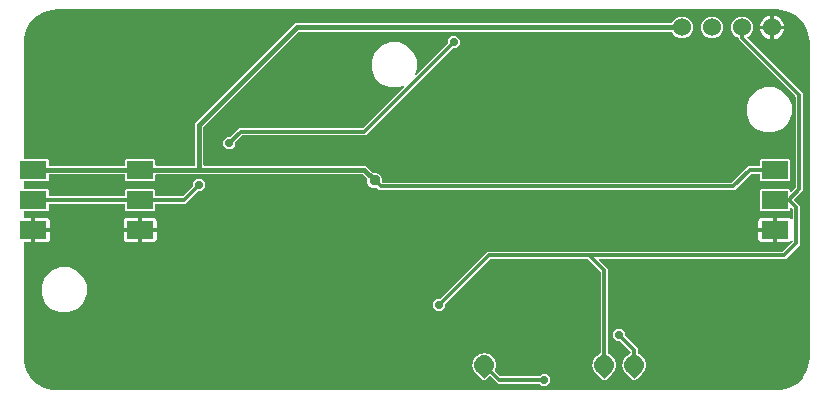
<source format=gbr>
G04 EAGLE Gerber RS-274X export*
G75*
%MOMM*%
%FSLAX34Y34*%
%LPD*%
%INTop Copper*%
%IPPOS*%
%AMOC8*
5,1,8,0,0,1.08239X$1,22.5*%
G01*
%ADD10R,2.286000X1.524000*%
%ADD11R,0.508000X0.508000*%
%ADD12C,1.524000*%
%ADD13C,0.705600*%
%ADD14C,0.406400*%
%ADD15C,0.955600*%
%ADD16C,0.304800*%
%ADD17C,0.152400*%

G36*
X641369Y3814D02*
X641369Y3814D01*
X641400Y3812D01*
X644947Y4045D01*
X644970Y4050D01*
X645094Y4069D01*
X651948Y5905D01*
X651962Y5912D01*
X651978Y5914D01*
X652131Y5982D01*
X658276Y9529D01*
X658288Y9539D01*
X658302Y9545D01*
X658433Y9650D01*
X663450Y14667D01*
X663459Y14680D01*
X663472Y14689D01*
X663550Y14795D01*
X663555Y14801D01*
X663558Y14806D01*
X663571Y14824D01*
X667118Y20969D01*
X667124Y20984D01*
X667134Y20996D01*
X667195Y21152D01*
X669031Y28006D01*
X669033Y28029D01*
X669055Y28153D01*
X669288Y31700D01*
X669286Y31719D01*
X669289Y31750D01*
X669289Y298450D01*
X669286Y298469D01*
X669288Y298500D01*
X669055Y302047D01*
X669050Y302070D01*
X669031Y302194D01*
X667195Y309048D01*
X667188Y309062D01*
X667186Y309078D01*
X667118Y309231D01*
X663571Y315376D01*
X663561Y315388D01*
X663555Y315402D01*
X663450Y315533D01*
X658433Y320550D01*
X658420Y320559D01*
X658411Y320572D01*
X658276Y320671D01*
X652131Y324218D01*
X652116Y324224D01*
X652104Y324234D01*
X651948Y324295D01*
X645094Y326131D01*
X645071Y326133D01*
X644947Y326155D01*
X641400Y326388D01*
X641381Y326386D01*
X641350Y326389D01*
X31750Y326389D01*
X31731Y326386D01*
X31700Y326388D01*
X28153Y326155D01*
X28130Y326150D01*
X28006Y326131D01*
X21152Y324295D01*
X21138Y324288D01*
X21122Y324286D01*
X20969Y324218D01*
X14824Y320671D01*
X14812Y320661D01*
X14798Y320655D01*
X14667Y320550D01*
X9650Y315533D01*
X9641Y315520D01*
X9628Y315511D01*
X9529Y315376D01*
X5982Y309231D01*
X5976Y309217D01*
X5966Y309204D01*
X5913Y309068D01*
X5908Y309056D01*
X5907Y309052D01*
X5905Y309048D01*
X4069Y302194D01*
X4067Y302171D01*
X4045Y302047D01*
X3812Y298500D01*
X3814Y298481D01*
X3811Y298450D01*
X3811Y200406D01*
X3814Y200386D01*
X3812Y200367D01*
X3834Y200265D01*
X3850Y200163D01*
X3860Y200146D01*
X3864Y200126D01*
X3917Y200037D01*
X3966Y199946D01*
X3980Y199932D01*
X3990Y199915D01*
X4069Y199848D01*
X4144Y199776D01*
X4162Y199768D01*
X4177Y199755D01*
X4273Y199716D01*
X4367Y199673D01*
X4387Y199671D01*
X4405Y199663D01*
X4572Y199645D01*
X24000Y199645D01*
X24893Y198752D01*
X24893Y194818D01*
X24896Y194798D01*
X24894Y194779D01*
X24916Y194677D01*
X24932Y194575D01*
X24942Y194558D01*
X24946Y194538D01*
X24999Y194449D01*
X25048Y194358D01*
X25062Y194344D01*
X25072Y194327D01*
X25151Y194260D01*
X25226Y194188D01*
X25244Y194180D01*
X25259Y194167D01*
X25355Y194128D01*
X25449Y194085D01*
X25469Y194083D01*
X25487Y194075D01*
X25654Y194057D01*
X88646Y194057D01*
X88666Y194060D01*
X88685Y194058D01*
X88787Y194080D01*
X88889Y194096D01*
X88906Y194106D01*
X88926Y194110D01*
X89015Y194163D01*
X89106Y194212D01*
X89120Y194226D01*
X89137Y194236D01*
X89204Y194315D01*
X89276Y194390D01*
X89284Y194408D01*
X89297Y194423D01*
X89336Y194519D01*
X89379Y194613D01*
X89381Y194633D01*
X89389Y194651D01*
X89407Y194818D01*
X89407Y198752D01*
X90300Y199645D01*
X114424Y199645D01*
X115317Y198752D01*
X115317Y194818D01*
X115320Y194798D01*
X115318Y194779D01*
X115340Y194677D01*
X115356Y194575D01*
X115366Y194558D01*
X115370Y194538D01*
X115423Y194449D01*
X115472Y194358D01*
X115486Y194344D01*
X115496Y194327D01*
X115575Y194260D01*
X115650Y194188D01*
X115668Y194180D01*
X115683Y194167D01*
X115779Y194128D01*
X115873Y194085D01*
X115893Y194083D01*
X115911Y194075D01*
X116078Y194057D01*
X148082Y194057D01*
X148102Y194060D01*
X148121Y194058D01*
X148223Y194080D01*
X148325Y194096D01*
X148342Y194106D01*
X148362Y194110D01*
X148451Y194163D01*
X148542Y194212D01*
X148556Y194226D01*
X148573Y194236D01*
X148640Y194315D01*
X148712Y194390D01*
X148720Y194408D01*
X148733Y194423D01*
X148772Y194519D01*
X148815Y194613D01*
X148817Y194633D01*
X148825Y194651D01*
X148843Y194818D01*
X148843Y230073D01*
X233477Y314707D01*
X552406Y314707D01*
X552521Y314726D01*
X552637Y314743D01*
X552643Y314745D01*
X552649Y314746D01*
X552752Y314801D01*
X552857Y314854D01*
X552861Y314859D01*
X552867Y314862D01*
X552946Y314946D01*
X553029Y315030D01*
X553032Y315036D01*
X553036Y315040D01*
X553044Y315057D01*
X553110Y315177D01*
X553587Y316330D01*
X556160Y318903D01*
X559521Y320295D01*
X563159Y320295D01*
X566520Y318903D01*
X569093Y316330D01*
X570485Y312969D01*
X570485Y309331D01*
X569093Y305970D01*
X566520Y303397D01*
X563159Y302005D01*
X559521Y302005D01*
X556160Y303397D01*
X553587Y305970D01*
X553110Y307123D01*
X553048Y307223D01*
X552988Y307323D01*
X552983Y307327D01*
X552980Y307332D01*
X552890Y307407D01*
X552801Y307483D01*
X552795Y307485D01*
X552791Y307489D01*
X552682Y307531D01*
X552573Y307575D01*
X552566Y307576D01*
X552561Y307577D01*
X552543Y307578D01*
X552406Y307593D01*
X236739Y307593D01*
X236648Y307579D01*
X236558Y307571D01*
X236528Y307559D01*
X236496Y307554D01*
X236415Y307511D01*
X236331Y307475D01*
X236299Y307449D01*
X236278Y307438D01*
X236256Y307415D01*
X236200Y307370D01*
X156180Y227350D01*
X156127Y227276D01*
X156067Y227206D01*
X156055Y227176D01*
X156036Y227150D01*
X156009Y227063D01*
X155975Y226978D01*
X155971Y226937D01*
X155964Y226915D01*
X155965Y226883D01*
X155957Y226811D01*
X155957Y194818D01*
X155960Y194798D01*
X155958Y194779D01*
X155980Y194677D01*
X155996Y194575D01*
X156006Y194558D01*
X156010Y194538D01*
X156063Y194449D01*
X156112Y194358D01*
X156126Y194344D01*
X156136Y194327D01*
X156215Y194260D01*
X156290Y194188D01*
X156308Y194180D01*
X156323Y194167D01*
X156419Y194128D01*
X156513Y194085D01*
X156533Y194083D01*
X156551Y194075D01*
X156718Y194057D01*
X293573Y194057D01*
X299367Y188263D01*
X299441Y188210D01*
X299511Y188150D01*
X299541Y188138D01*
X299567Y188119D01*
X299654Y188092D01*
X299739Y188058D01*
X299780Y188054D01*
X299802Y188047D01*
X299834Y188048D01*
X299906Y188040D01*
X302117Y188040D01*
X304433Y187080D01*
X306206Y185307D01*
X307166Y182991D01*
X307166Y180340D01*
X307169Y180320D01*
X307167Y180301D01*
X307189Y180199D01*
X307205Y180097D01*
X307215Y180080D01*
X307219Y180060D01*
X307272Y179971D01*
X307321Y179880D01*
X307335Y179866D01*
X307345Y179849D01*
X307424Y179782D01*
X307499Y179710D01*
X307517Y179702D01*
X307532Y179689D01*
X307628Y179650D01*
X307722Y179607D01*
X307742Y179605D01*
X307760Y179597D01*
X307927Y179579D01*
X602942Y179579D01*
X603032Y179593D01*
X603123Y179601D01*
X603153Y179613D01*
X603185Y179618D01*
X603265Y179661D01*
X603349Y179697D01*
X603381Y179723D01*
X603402Y179734D01*
X603424Y179757D01*
X603480Y179802D01*
X617227Y193549D01*
X626110Y193549D01*
X626130Y193552D01*
X626149Y193550D01*
X626251Y193572D01*
X626353Y193588D01*
X626370Y193598D01*
X626390Y193602D01*
X626479Y193655D01*
X626570Y193704D01*
X626584Y193718D01*
X626601Y193728D01*
X626668Y193807D01*
X626740Y193882D01*
X626748Y193900D01*
X626761Y193915D01*
X626800Y194011D01*
X626843Y194105D01*
X626845Y194125D01*
X626853Y194143D01*
X626871Y194310D01*
X626871Y198752D01*
X627764Y199645D01*
X651888Y199645D01*
X652781Y198752D01*
X652781Y182248D01*
X651888Y181355D01*
X627764Y181355D01*
X626871Y182248D01*
X626871Y186690D01*
X626868Y186710D01*
X626870Y186729D01*
X626848Y186831D01*
X626832Y186933D01*
X626822Y186950D01*
X626818Y186970D01*
X626765Y187059D01*
X626716Y187150D01*
X626702Y187164D01*
X626692Y187181D01*
X626613Y187248D01*
X626538Y187320D01*
X626520Y187328D01*
X626505Y187341D01*
X626409Y187380D01*
X626315Y187423D01*
X626295Y187425D01*
X626277Y187433D01*
X626110Y187451D01*
X620068Y187451D01*
X619978Y187437D01*
X619887Y187429D01*
X619857Y187417D01*
X619825Y187412D01*
X619745Y187369D01*
X619661Y187333D01*
X619629Y187307D01*
X619608Y187296D01*
X619586Y187273D01*
X619530Y187228D01*
X605783Y173481D01*
X304807Y173481D01*
X302998Y175291D01*
X302902Y175359D01*
X302809Y175429D01*
X302803Y175431D01*
X302798Y175434D01*
X302686Y175469D01*
X302575Y175505D01*
X302569Y175505D01*
X302563Y175507D01*
X302445Y175503D01*
X302329Y175502D01*
X302322Y175500D01*
X302317Y175500D01*
X302300Y175494D01*
X302168Y175456D01*
X302117Y175434D01*
X299609Y175434D01*
X297293Y176394D01*
X295520Y178167D01*
X294560Y180483D01*
X294560Y182694D01*
X294546Y182785D01*
X294538Y182875D01*
X294526Y182905D01*
X294521Y182937D01*
X294498Y182980D01*
X294497Y182984D01*
X294485Y183004D01*
X294478Y183018D01*
X294442Y183102D01*
X294416Y183134D01*
X294405Y183155D01*
X294382Y183177D01*
X294381Y183178D01*
X294371Y183195D01*
X294359Y183205D01*
X294337Y183233D01*
X290850Y186720D01*
X290776Y186773D01*
X290706Y186833D01*
X290676Y186845D01*
X290650Y186864D01*
X290563Y186891D01*
X290478Y186925D01*
X290437Y186929D01*
X290415Y186936D01*
X290383Y186935D01*
X290311Y186943D01*
X116078Y186943D01*
X116058Y186940D01*
X116039Y186942D01*
X115937Y186920D01*
X115835Y186904D01*
X115818Y186894D01*
X115798Y186890D01*
X115709Y186837D01*
X115618Y186788D01*
X115604Y186774D01*
X115587Y186764D01*
X115520Y186685D01*
X115448Y186610D01*
X115440Y186592D01*
X115427Y186577D01*
X115388Y186481D01*
X115345Y186387D01*
X115343Y186367D01*
X115335Y186349D01*
X115317Y186182D01*
X115317Y182248D01*
X114424Y181355D01*
X90300Y181355D01*
X89407Y182248D01*
X89407Y186182D01*
X89404Y186202D01*
X89406Y186221D01*
X89384Y186323D01*
X89368Y186425D01*
X89358Y186442D01*
X89354Y186462D01*
X89301Y186550D01*
X89252Y186642D01*
X89238Y186656D01*
X89228Y186673D01*
X89149Y186740D01*
X89074Y186812D01*
X89056Y186820D01*
X89041Y186833D01*
X88945Y186872D01*
X88851Y186915D01*
X88831Y186917D01*
X88813Y186925D01*
X88646Y186943D01*
X25654Y186943D01*
X25634Y186940D01*
X25615Y186942D01*
X25513Y186920D01*
X25411Y186904D01*
X25394Y186894D01*
X25374Y186890D01*
X25285Y186837D01*
X25194Y186788D01*
X25180Y186774D01*
X25163Y186764D01*
X25096Y186685D01*
X25024Y186610D01*
X25016Y186592D01*
X25003Y186577D01*
X24964Y186481D01*
X24921Y186387D01*
X24919Y186367D01*
X24911Y186349D01*
X24893Y186182D01*
X24893Y182248D01*
X24000Y181355D01*
X4572Y181355D01*
X4552Y181352D01*
X4533Y181354D01*
X4431Y181332D01*
X4329Y181316D01*
X4312Y181306D01*
X4292Y181302D01*
X4203Y181249D01*
X4112Y181200D01*
X4098Y181186D01*
X4081Y181176D01*
X4014Y181097D01*
X3942Y181022D01*
X3934Y181004D01*
X3921Y180989D01*
X3882Y180893D01*
X3839Y180799D01*
X3837Y180779D01*
X3829Y180761D01*
X3811Y180594D01*
X3811Y175006D01*
X3814Y174986D01*
X3812Y174967D01*
X3834Y174865D01*
X3850Y174763D01*
X3860Y174746D01*
X3864Y174726D01*
X3917Y174637D01*
X3966Y174546D01*
X3980Y174532D01*
X3990Y174515D01*
X4069Y174448D01*
X4144Y174376D01*
X4162Y174368D01*
X4177Y174355D01*
X4273Y174316D01*
X4367Y174273D01*
X4387Y174271D01*
X4405Y174263D01*
X4572Y174245D01*
X24000Y174245D01*
X24893Y173352D01*
X24893Y168910D01*
X24896Y168890D01*
X24894Y168871D01*
X24916Y168769D01*
X24932Y168667D01*
X24942Y168650D01*
X24946Y168630D01*
X24999Y168541D01*
X25048Y168450D01*
X25062Y168436D01*
X25072Y168419D01*
X25151Y168352D01*
X25226Y168280D01*
X25244Y168272D01*
X25259Y168259D01*
X25355Y168220D01*
X25449Y168177D01*
X25469Y168175D01*
X25487Y168167D01*
X25654Y168149D01*
X88646Y168149D01*
X88666Y168152D01*
X88685Y168150D01*
X88787Y168172D01*
X88889Y168188D01*
X88906Y168198D01*
X88926Y168202D01*
X89015Y168255D01*
X89106Y168304D01*
X89120Y168318D01*
X89137Y168328D01*
X89204Y168407D01*
X89276Y168482D01*
X89284Y168500D01*
X89297Y168515D01*
X89336Y168611D01*
X89379Y168705D01*
X89381Y168725D01*
X89389Y168743D01*
X89407Y168910D01*
X89407Y173352D01*
X90300Y174245D01*
X114424Y174245D01*
X115317Y173352D01*
X115317Y168910D01*
X115320Y168890D01*
X115318Y168871D01*
X115340Y168769D01*
X115356Y168667D01*
X115366Y168650D01*
X115370Y168630D01*
X115423Y168541D01*
X115472Y168450D01*
X115486Y168436D01*
X115496Y168419D01*
X115575Y168352D01*
X115650Y168280D01*
X115668Y168272D01*
X115683Y168259D01*
X115779Y168220D01*
X115873Y168177D01*
X115893Y168175D01*
X115911Y168167D01*
X116078Y168149D01*
X138122Y168149D01*
X138212Y168163D01*
X138303Y168171D01*
X138333Y168183D01*
X138365Y168188D01*
X138445Y168231D01*
X138529Y168267D01*
X138561Y168293D01*
X138582Y168304D01*
X138604Y168327D01*
X138660Y168372D01*
X147124Y176836D01*
X147171Y176900D01*
X147216Y176948D01*
X147222Y176962D01*
X147237Y176979D01*
X147249Y177009D01*
X147268Y177036D01*
X147290Y177109D01*
X147319Y177171D01*
X147321Y177188D01*
X147329Y177207D01*
X147333Y177248D01*
X147340Y177271D01*
X147339Y177303D01*
X147347Y177374D01*
X147347Y179893D01*
X150307Y182853D01*
X154493Y182853D01*
X157453Y179893D01*
X157453Y175707D01*
X154493Y172747D01*
X151974Y172747D01*
X151884Y172733D01*
X151793Y172725D01*
X151763Y172713D01*
X151731Y172708D01*
X151651Y172665D01*
X151567Y172629D01*
X151535Y172603D01*
X151514Y172592D01*
X151492Y172569D01*
X151436Y172524D01*
X140963Y162051D01*
X116078Y162051D01*
X116058Y162048D01*
X116039Y162050D01*
X115937Y162028D01*
X115835Y162012D01*
X115818Y162002D01*
X115798Y161998D01*
X115709Y161945D01*
X115618Y161896D01*
X115604Y161882D01*
X115587Y161872D01*
X115520Y161793D01*
X115448Y161718D01*
X115440Y161700D01*
X115427Y161685D01*
X115388Y161589D01*
X115345Y161495D01*
X115343Y161475D01*
X115335Y161457D01*
X115317Y161290D01*
X115317Y156848D01*
X114424Y155955D01*
X90300Y155955D01*
X89407Y156848D01*
X89407Y161290D01*
X89404Y161310D01*
X89406Y161329D01*
X89384Y161431D01*
X89368Y161533D01*
X89358Y161550D01*
X89354Y161570D01*
X89301Y161659D01*
X89252Y161750D01*
X89238Y161764D01*
X89228Y161781D01*
X89149Y161848D01*
X89074Y161920D01*
X89056Y161928D01*
X89041Y161941D01*
X88945Y161980D01*
X88851Y162023D01*
X88831Y162025D01*
X88813Y162033D01*
X88646Y162051D01*
X25654Y162051D01*
X25634Y162048D01*
X25615Y162050D01*
X25513Y162028D01*
X25411Y162012D01*
X25394Y162002D01*
X25374Y161998D01*
X25285Y161945D01*
X25194Y161896D01*
X25180Y161882D01*
X25163Y161872D01*
X25096Y161793D01*
X25024Y161718D01*
X25016Y161700D01*
X25003Y161685D01*
X24964Y161589D01*
X24921Y161495D01*
X24919Y161475D01*
X24911Y161457D01*
X24893Y161290D01*
X24893Y156848D01*
X24000Y155955D01*
X4572Y155955D01*
X4552Y155952D01*
X4533Y155954D01*
X4431Y155932D01*
X4329Y155916D01*
X4312Y155906D01*
X4292Y155902D01*
X4203Y155849D01*
X4112Y155800D01*
X4098Y155786D01*
X4081Y155776D01*
X4014Y155697D01*
X3942Y155622D01*
X3934Y155604D01*
X3921Y155589D01*
X3882Y155493D01*
X3839Y155399D01*
X3837Y155379D01*
X3829Y155361D01*
X3811Y155194D01*
X3811Y150622D01*
X3814Y150602D01*
X3812Y150583D01*
X3834Y150481D01*
X3850Y150379D01*
X3860Y150362D01*
X3864Y150342D01*
X3917Y150253D01*
X3966Y150162D01*
X3980Y150148D01*
X3990Y150131D01*
X4069Y150064D01*
X4144Y149992D01*
X4162Y149984D01*
X4177Y149971D01*
X4273Y149932D01*
X4367Y149889D01*
X4387Y149887D01*
X4405Y149879D01*
X4572Y149861D01*
X10415Y149861D01*
X10415Y140462D01*
X10418Y140442D01*
X10416Y140423D01*
X10438Y140321D01*
X10455Y140219D01*
X10464Y140202D01*
X10468Y140182D01*
X10521Y140093D01*
X10570Y140002D01*
X10584Y139988D01*
X10594Y139971D01*
X10673Y139904D01*
X10748Y139833D01*
X10766Y139824D01*
X10781Y139811D01*
X10877Y139772D01*
X10971Y139729D01*
X10991Y139727D01*
X11009Y139719D01*
X11176Y139701D01*
X11939Y139701D01*
X11939Y139699D01*
X11176Y139699D01*
X11156Y139696D01*
X11137Y139698D01*
X11035Y139676D01*
X10933Y139659D01*
X10916Y139650D01*
X10896Y139646D01*
X10807Y139593D01*
X10716Y139544D01*
X10702Y139530D01*
X10685Y139520D01*
X10618Y139441D01*
X10547Y139366D01*
X10538Y139348D01*
X10525Y139333D01*
X10486Y139237D01*
X10443Y139143D01*
X10441Y139123D01*
X10433Y139105D01*
X10415Y138938D01*
X10415Y129539D01*
X4572Y129539D01*
X4552Y129536D01*
X4533Y129538D01*
X4431Y129516D01*
X4329Y129500D01*
X4312Y129490D01*
X4292Y129486D01*
X4203Y129433D01*
X4112Y129384D01*
X4098Y129370D01*
X4081Y129360D01*
X4014Y129281D01*
X3942Y129206D01*
X3934Y129188D01*
X3921Y129173D01*
X3882Y129077D01*
X3839Y128983D01*
X3837Y128963D01*
X3829Y128945D01*
X3811Y128778D01*
X3811Y31750D01*
X3814Y31732D01*
X3812Y31700D01*
X4045Y28153D01*
X4050Y28130D01*
X4069Y28006D01*
X5905Y21152D01*
X5912Y21138D01*
X5914Y21122D01*
X5950Y21041D01*
X5950Y21040D01*
X5951Y21038D01*
X5982Y20969D01*
X9529Y14824D01*
X9539Y14812D01*
X9545Y14798D01*
X9592Y14739D01*
X9593Y14738D01*
X9650Y14667D01*
X14667Y9650D01*
X14680Y9641D01*
X14689Y9628D01*
X14824Y9529D01*
X20969Y5982D01*
X20983Y5976D01*
X20996Y5966D01*
X21152Y5905D01*
X28006Y4069D01*
X28029Y4067D01*
X28153Y4045D01*
X31700Y3812D01*
X31719Y3814D01*
X31750Y3811D01*
X641350Y3811D01*
X641369Y3814D01*
G37*
%LPC*%
G36*
X494353Y12293D02*
X494353Y12293D01*
X489066Y17580D01*
X489022Y17612D01*
X488984Y17651D01*
X488923Y17683D01*
X488866Y17724D01*
X488815Y17740D01*
X488766Y17765D01*
X488761Y17766D01*
X488239Y18402D01*
X488219Y18419D01*
X488189Y18457D01*
X487590Y19056D01*
X487507Y19116D01*
X487427Y19181D01*
X487405Y19190D01*
X487089Y19780D01*
X487074Y19799D01*
X487006Y19904D01*
X486564Y20443D01*
X486564Y20448D01*
X486562Y20454D01*
X486561Y20460D01*
X486517Y20568D01*
X486474Y20677D01*
X486470Y20682D01*
X486468Y20687D01*
X486392Y20776D01*
X486366Y20806D01*
X486159Y21489D01*
X486148Y21511D01*
X486102Y21627D01*
X485773Y22242D01*
X485774Y22246D01*
X485773Y22253D01*
X485774Y22259D01*
X485751Y22373D01*
X485731Y22489D01*
X485728Y22494D01*
X485727Y22500D01*
X485669Y22602D01*
X485650Y22636D01*
X485580Y23347D01*
X485574Y23370D01*
X485551Y23493D01*
X485349Y24160D01*
X485350Y24165D01*
X485351Y24171D01*
X485352Y24177D01*
X485353Y24294D01*
X485355Y24411D01*
X485354Y24416D01*
X485354Y24423D01*
X485317Y24534D01*
X485305Y24571D01*
X485375Y25282D01*
X485373Y25306D01*
X485375Y25431D01*
X485307Y26124D01*
X485309Y26129D01*
X485310Y26135D01*
X485313Y26140D01*
X485337Y26254D01*
X485362Y26369D01*
X485361Y26375D01*
X485362Y26381D01*
X485348Y26497D01*
X485344Y26536D01*
X485551Y27220D01*
X485554Y27243D01*
X485580Y27366D01*
X485648Y28059D01*
X485652Y28063D01*
X485654Y28069D01*
X485658Y28073D01*
X485704Y28182D01*
X485750Y28288D01*
X485751Y28294D01*
X485753Y28300D01*
X485762Y28416D01*
X485765Y28456D01*
X486102Y29086D01*
X486109Y29108D01*
X486159Y29224D01*
X486361Y29890D01*
X486365Y29893D01*
X486369Y29898D01*
X486373Y29902D01*
X486439Y29999D01*
X486506Y30095D01*
X486508Y30101D01*
X486511Y30106D01*
X486542Y30218D01*
X486553Y30257D01*
X487006Y30809D01*
X487018Y30829D01*
X487089Y30933D01*
X487417Y31547D01*
X487422Y31549D01*
X487426Y31553D01*
X487432Y31556D01*
X487515Y31638D01*
X487599Y31720D01*
X487602Y31725D01*
X487606Y31729D01*
X487659Y31834D01*
X487677Y31869D01*
X488229Y32322D01*
X488245Y32340D01*
X488335Y32427D01*
X488777Y32966D01*
X488781Y32967D01*
X488787Y32970D01*
X488792Y32972D01*
X488889Y33036D01*
X488989Y33100D01*
X488992Y33104D01*
X488998Y33108D01*
X489069Y33200D01*
X489094Y33231D01*
X489724Y33567D01*
X489743Y33582D01*
X489848Y33650D01*
X490387Y34092D01*
X490391Y34093D01*
X490397Y34095D01*
X490403Y34095D01*
X490511Y34140D01*
X490620Y34182D01*
X490625Y34186D01*
X490631Y34188D01*
X490719Y34264D01*
X490750Y34290D01*
X491433Y34498D01*
X491454Y34508D01*
X491571Y34555D01*
X491849Y34703D01*
X491912Y34752D01*
X491981Y34793D01*
X492009Y34826D01*
X492044Y34853D01*
X492089Y34919D01*
X492141Y34980D01*
X492157Y35021D01*
X492182Y35057D01*
X492203Y35134D01*
X492233Y35208D01*
X492239Y35266D01*
X492247Y35294D01*
X492245Y35322D01*
X492251Y35375D01*
X492251Y103832D01*
X492237Y103922D01*
X492229Y104013D01*
X492217Y104043D01*
X492212Y104075D01*
X492169Y104155D01*
X492133Y104239D01*
X492107Y104271D01*
X492096Y104292D01*
X492073Y104314D01*
X492028Y104370D01*
X481560Y114838D01*
X481486Y114891D01*
X481417Y114951D01*
X481387Y114963D01*
X481360Y114982D01*
X481273Y115009D01*
X481189Y115043D01*
X481148Y115047D01*
X481125Y115054D01*
X481093Y115053D01*
X481022Y115061D01*
X399088Y115061D01*
X398998Y115047D01*
X398907Y115039D01*
X398877Y115027D01*
X398845Y115022D01*
X398765Y114979D01*
X398681Y114943D01*
X398649Y114917D01*
X398628Y114906D01*
X398606Y114883D01*
X398550Y114838D01*
X360876Y77164D01*
X360823Y77090D01*
X360763Y77021D01*
X360751Y76991D01*
X360732Y76964D01*
X360705Y76877D01*
X360671Y76793D01*
X360667Y76752D01*
X360660Y76729D01*
X360661Y76697D01*
X360653Y76626D01*
X360653Y74107D01*
X357693Y71147D01*
X353507Y71147D01*
X350547Y74107D01*
X350547Y78293D01*
X353507Y81253D01*
X356026Y81253D01*
X356116Y81267D01*
X356207Y81275D01*
X356237Y81287D01*
X356269Y81292D01*
X356349Y81335D01*
X356433Y81371D01*
X356465Y81397D01*
X356486Y81408D01*
X356508Y81431D01*
X356564Y81476D01*
X396247Y121159D01*
X646122Y121159D01*
X646212Y121173D01*
X646303Y121181D01*
X646333Y121193D01*
X646365Y121198D01*
X646445Y121241D01*
X646529Y121277D01*
X646561Y121303D01*
X646582Y121314D01*
X646604Y121337D01*
X646660Y121382D01*
X654588Y129310D01*
X654641Y129384D01*
X654701Y129453D01*
X654713Y129483D01*
X654732Y129510D01*
X654759Y129597D01*
X654793Y129681D01*
X654797Y129722D01*
X654804Y129745D01*
X654803Y129777D01*
X654811Y129848D01*
X654811Y130315D01*
X654804Y130363D01*
X654805Y130411D01*
X654784Y130483D01*
X654772Y130558D01*
X654749Y130601D01*
X654735Y130647D01*
X654692Y130709D01*
X654656Y130776D01*
X654622Y130809D01*
X654594Y130848D01*
X654533Y130893D01*
X654478Y130945D01*
X654434Y130965D01*
X654396Y130994D01*
X654324Y131017D01*
X654255Y131049D01*
X654207Y131054D01*
X654162Y131068D01*
X654086Y131067D01*
X654011Y131076D01*
X653964Y131065D01*
X653916Y131065D01*
X653844Y131040D01*
X653770Y131023D01*
X653729Y130999D01*
X653684Y130983D01*
X653624Y130936D01*
X653559Y130897D01*
X653528Y130861D01*
X653490Y130831D01*
X653414Y130728D01*
X653399Y130710D01*
X653397Y130704D01*
X653391Y130696D01*
X653289Y130520D01*
X652816Y130047D01*
X652237Y129712D01*
X651590Y129539D01*
X641349Y129539D01*
X641349Y138938D01*
X641346Y138958D01*
X641348Y138977D01*
X641326Y139079D01*
X641309Y139181D01*
X641300Y139198D01*
X641296Y139218D01*
X641243Y139307D01*
X641194Y139398D01*
X641180Y139412D01*
X641170Y139429D01*
X641091Y139496D01*
X641016Y139567D01*
X640998Y139576D01*
X640983Y139589D01*
X640887Y139628D01*
X640793Y139671D01*
X640773Y139673D01*
X640755Y139681D01*
X640588Y139699D01*
X639825Y139699D01*
X639825Y139701D01*
X640588Y139701D01*
X640608Y139704D01*
X640627Y139702D01*
X640729Y139724D01*
X640831Y139741D01*
X640848Y139750D01*
X640868Y139754D01*
X640957Y139807D01*
X641048Y139856D01*
X641062Y139870D01*
X641079Y139880D01*
X641146Y139959D01*
X641217Y140034D01*
X641226Y140052D01*
X641239Y140067D01*
X641278Y140163D01*
X641321Y140257D01*
X641323Y140277D01*
X641331Y140295D01*
X641349Y140462D01*
X641349Y149861D01*
X651590Y149861D01*
X652237Y149688D01*
X652816Y149353D01*
X653289Y148880D01*
X653391Y148704D01*
X653421Y148667D01*
X653444Y148624D01*
X653498Y148572D01*
X653546Y148514D01*
X653587Y148488D01*
X653622Y148455D01*
X653691Y148423D01*
X653755Y148383D01*
X653801Y148372D01*
X653845Y148351D01*
X653920Y148343D01*
X653994Y148325D01*
X654042Y148330D01*
X654089Y148324D01*
X654163Y148340D01*
X654239Y148347D01*
X654283Y148366D01*
X654330Y148377D01*
X654395Y148415D01*
X654464Y148446D01*
X654500Y148478D01*
X654541Y148503D01*
X654590Y148560D01*
X654646Y148611D01*
X654670Y148653D01*
X654701Y148690D01*
X654729Y148760D01*
X654766Y148826D01*
X654775Y148873D01*
X654793Y148918D01*
X654807Y149046D01*
X654811Y149068D01*
X654810Y149074D01*
X654811Y149085D01*
X654811Y157172D01*
X654797Y157262D01*
X654789Y157353D01*
X654777Y157383D01*
X654772Y157415D01*
X654729Y157495D01*
X654693Y157579D01*
X654667Y157611D01*
X654656Y157632D01*
X654633Y157654D01*
X654588Y157710D01*
X654080Y158218D01*
X654022Y158260D01*
X653970Y158309D01*
X653923Y158331D01*
X653881Y158362D01*
X653812Y158383D01*
X653747Y158413D01*
X653695Y158419D01*
X653645Y158434D01*
X653574Y158432D01*
X653503Y158440D01*
X653452Y158429D01*
X653400Y158428D01*
X653332Y158403D01*
X653262Y158388D01*
X653217Y158361D01*
X653169Y158343D01*
X653113Y158298D01*
X653051Y158262D01*
X653017Y158222D01*
X652977Y158190D01*
X652938Y158129D01*
X652891Y158075D01*
X652872Y158026D01*
X652844Y157983D01*
X652826Y157913D01*
X652799Y157847D01*
X652791Y157775D01*
X652783Y157744D01*
X652785Y157721D01*
X652781Y157680D01*
X652781Y156848D01*
X651888Y155955D01*
X627764Y155955D01*
X626871Y156848D01*
X626871Y173352D01*
X627764Y174245D01*
X651888Y174245D01*
X652781Y173352D01*
X652781Y172520D01*
X652792Y172449D01*
X652794Y172378D01*
X652812Y172329D01*
X652820Y172277D01*
X652854Y172214D01*
X652879Y172147D01*
X652911Y172106D01*
X652936Y172060D01*
X652988Y172011D01*
X653032Y171955D01*
X653076Y171926D01*
X653114Y171891D01*
X653179Y171860D01*
X653239Y171822D01*
X653290Y171809D01*
X653337Y171787D01*
X653408Y171779D01*
X653478Y171762D01*
X653530Y171766D01*
X653581Y171760D01*
X653652Y171775D01*
X653723Y171781D01*
X653771Y171801D01*
X653822Y171812D01*
X653883Y171849D01*
X653949Y171877D01*
X654005Y171922D01*
X654033Y171938D01*
X654048Y171956D01*
X654080Y171982D01*
X657128Y175030D01*
X657181Y175104D01*
X657241Y175173D01*
X657253Y175203D01*
X657272Y175230D01*
X657299Y175317D01*
X657333Y175401D01*
X657337Y175442D01*
X657344Y175465D01*
X657343Y175497D01*
X657351Y175568D01*
X657351Y252422D01*
X657337Y252512D01*
X657329Y252603D01*
X657317Y252633D01*
X657312Y252665D01*
X657269Y252745D01*
X657233Y252829D01*
X657207Y252861D01*
X657196Y252882D01*
X657173Y252904D01*
X657128Y252960D01*
X609091Y300997D01*
X609091Y302006D01*
X609072Y302121D01*
X609055Y302237D01*
X609053Y302243D01*
X609052Y302249D01*
X608997Y302351D01*
X608944Y302456D01*
X608939Y302461D01*
X608936Y302466D01*
X608852Y302546D01*
X608768Y302628D01*
X608762Y302632D01*
X608758Y302635D01*
X608741Y302643D01*
X608621Y302709D01*
X606960Y303397D01*
X604387Y305970D01*
X602995Y309331D01*
X602995Y312969D01*
X604387Y316330D01*
X606960Y318903D01*
X610321Y320295D01*
X613959Y320295D01*
X617320Y318903D01*
X619893Y316330D01*
X621285Y312969D01*
X621285Y309331D01*
X619893Y305970D01*
X617320Y303397D01*
X616954Y303246D01*
X616915Y303222D01*
X616872Y303206D01*
X616811Y303157D01*
X616745Y303116D01*
X616716Y303081D01*
X616680Y303052D01*
X616638Y302987D01*
X616588Y302927D01*
X616572Y302884D01*
X616547Y302845D01*
X616528Y302770D01*
X616500Y302697D01*
X616498Y302651D01*
X616487Y302607D01*
X616493Y302529D01*
X616490Y302451D01*
X616503Y302407D01*
X616506Y302362D01*
X616537Y302290D01*
X616558Y302215D01*
X616584Y302177D01*
X616602Y302135D01*
X616688Y302029D01*
X616699Y302013D01*
X616703Y302010D01*
X616707Y302004D01*
X663449Y255263D01*
X663449Y172727D01*
X656360Y165638D01*
X656348Y165622D01*
X656333Y165610D01*
X656277Y165522D01*
X656216Y165439D01*
X656210Y165420D01*
X656200Y165403D01*
X656174Y165302D01*
X656144Y165203D01*
X656144Y165184D01*
X656140Y165164D01*
X656148Y165061D01*
X656150Y164958D01*
X656157Y164939D01*
X656159Y164919D01*
X656199Y164824D01*
X656235Y164727D01*
X656247Y164711D01*
X656255Y164693D01*
X656360Y164562D01*
X660909Y160013D01*
X660909Y127007D01*
X648963Y115061D01*
X491798Y115061D01*
X491727Y115050D01*
X491656Y115048D01*
X491607Y115030D01*
X491555Y115022D01*
X491492Y114988D01*
X491425Y114963D01*
X491384Y114931D01*
X491338Y114906D01*
X491289Y114854D01*
X491233Y114810D01*
X491204Y114766D01*
X491169Y114728D01*
X491138Y114663D01*
X491100Y114603D01*
X491087Y114552D01*
X491065Y114505D01*
X491057Y114434D01*
X491040Y114364D01*
X491044Y114312D01*
X491038Y114261D01*
X491053Y114190D01*
X491059Y114119D01*
X491079Y114071D01*
X491090Y114020D01*
X491127Y113959D01*
X491155Y113893D01*
X491200Y113837D01*
X491216Y113809D01*
X491234Y113794D01*
X491260Y113762D01*
X498349Y106673D01*
X498349Y35375D01*
X498362Y35296D01*
X498365Y35216D01*
X498381Y35175D01*
X498388Y35132D01*
X498426Y35061D01*
X498455Y34987D01*
X498483Y34953D01*
X498504Y34915D01*
X498561Y34860D01*
X498613Y34798D01*
X498661Y34765D01*
X498682Y34745D01*
X498707Y34733D01*
X498751Y34703D01*
X499029Y34555D01*
X499052Y34547D01*
X499167Y34498D01*
X499834Y34295D01*
X499837Y34291D01*
X499842Y34288D01*
X499846Y34283D01*
X499942Y34218D01*
X500038Y34151D01*
X500044Y34149D01*
X500049Y34146D01*
X500163Y34114D01*
X500200Y34103D01*
X500752Y33650D01*
X500773Y33638D01*
X500810Y33613D01*
X500813Y33610D01*
X500816Y33609D01*
X500876Y33567D01*
X501491Y33239D01*
X501493Y33235D01*
X501497Y33230D01*
X501500Y33225D01*
X501582Y33141D01*
X501663Y33057D01*
X501669Y33054D01*
X501673Y33050D01*
X501777Y32998D01*
X501812Y32979D01*
X502265Y32427D01*
X502283Y32412D01*
X502371Y32322D01*
X502909Y31880D01*
X502911Y31875D01*
X502914Y31870D01*
X502916Y31864D01*
X502980Y31767D01*
X503043Y31668D01*
X503048Y31664D01*
X503051Y31659D01*
X503143Y31587D01*
X503174Y31562D01*
X503511Y30933D01*
X503526Y30914D01*
X503594Y30809D01*
X504036Y30270D01*
X504036Y30265D01*
X504038Y30259D01*
X504039Y30253D01*
X504083Y30145D01*
X504126Y30036D01*
X504130Y30031D01*
X504132Y30026D01*
X504208Y29938D01*
X504234Y29907D01*
X504441Y29224D01*
X504452Y29202D01*
X504498Y29086D01*
X504827Y28471D01*
X504826Y28467D01*
X504827Y28460D01*
X504826Y28454D01*
X504848Y28340D01*
X504869Y28224D01*
X504872Y28219D01*
X504873Y28213D01*
X504931Y28112D01*
X504950Y28077D01*
X505020Y27366D01*
X505026Y27343D01*
X505049Y27220D01*
X505251Y26553D01*
X505250Y26548D01*
X505250Y26542D01*
X505248Y26536D01*
X505247Y26420D01*
X505245Y26302D01*
X505247Y26296D01*
X505247Y26290D01*
X505283Y26179D01*
X505295Y26142D01*
X505225Y25431D01*
X505227Y25407D01*
X505225Y25282D01*
X505293Y24588D01*
X505291Y24584D01*
X505290Y24578D01*
X505287Y24573D01*
X505263Y24458D01*
X505238Y24344D01*
X505239Y24338D01*
X505238Y24332D01*
X505252Y24215D01*
X505256Y24177D01*
X505049Y23493D01*
X505046Y23470D01*
X505020Y23347D01*
X504952Y22654D01*
X504948Y22650D01*
X504946Y22645D01*
X504942Y22640D01*
X504896Y22531D01*
X504850Y22425D01*
X504849Y22419D01*
X504847Y22413D01*
X504838Y22296D01*
X504835Y22257D01*
X504498Y21627D01*
X504491Y21605D01*
X504441Y21489D01*
X504239Y20823D01*
X504235Y20820D01*
X504231Y20815D01*
X504227Y20811D01*
X504162Y20715D01*
X504094Y20618D01*
X504092Y20612D01*
X504089Y20607D01*
X504058Y20494D01*
X504047Y20456D01*
X503594Y19904D01*
X503582Y19884D01*
X503511Y19780D01*
X503192Y19183D01*
X503141Y19161D01*
X503121Y19145D01*
X503107Y19138D01*
X503084Y19115D01*
X503010Y19056D01*
X502411Y18457D01*
X502396Y18436D01*
X502361Y18402D01*
X501830Y17755D01*
X501827Y17754D01*
X501760Y17736D01*
X501715Y17706D01*
X501665Y17685D01*
X501580Y17617D01*
X501555Y17600D01*
X501548Y17591D01*
X501534Y17580D01*
X497810Y13856D01*
X496672Y12718D01*
X496247Y12293D01*
X494353Y12293D01*
G37*
%LPD*%
%LPC*%
G36*
X175707Y208053D02*
X175707Y208053D01*
X172747Y211013D01*
X172747Y215199D01*
X175707Y218159D01*
X178226Y218159D01*
X178316Y218173D01*
X178407Y218181D01*
X178437Y218193D01*
X178469Y218198D01*
X178549Y218241D01*
X178633Y218277D01*
X178665Y218303D01*
X178686Y218314D01*
X178708Y218337D01*
X178764Y218382D01*
X186443Y226061D01*
X290804Y226061D01*
X290894Y226075D01*
X290985Y226083D01*
X291015Y226095D01*
X291047Y226100D01*
X291127Y226143D01*
X291211Y226179D01*
X291243Y226205D01*
X291264Y226216D01*
X291286Y226239D01*
X291342Y226284D01*
X325614Y260555D01*
X325670Y260634D01*
X325733Y260709D01*
X325742Y260734D01*
X325757Y260755D01*
X325786Y260848D01*
X325821Y260939D01*
X325822Y260965D01*
X325830Y260990D01*
X325827Y261087D01*
X325831Y261185D01*
X325824Y261210D01*
X325823Y261236D01*
X325790Y261328D01*
X325763Y261421D01*
X325748Y261442D01*
X325739Y261467D01*
X325678Y261543D01*
X325622Y261623D01*
X325601Y261639D01*
X325585Y261659D01*
X325503Y261712D01*
X325425Y261770D01*
X325400Y261778D01*
X325378Y261792D01*
X325284Y261816D01*
X325191Y261846D01*
X325165Y261846D01*
X325140Y261852D01*
X325043Y261844D01*
X324945Y261844D01*
X324914Y261834D01*
X324894Y261833D01*
X324864Y261820D01*
X324784Y261797D01*
X321289Y260349D01*
X313711Y260349D01*
X306709Y263250D01*
X301350Y268609D01*
X298449Y275611D01*
X298449Y283189D01*
X301350Y290191D01*
X306709Y295550D01*
X313711Y298451D01*
X321289Y298451D01*
X328291Y295550D01*
X333650Y290191D01*
X336551Y283189D01*
X336551Y275611D01*
X335103Y272116D01*
X335081Y272021D01*
X335052Y271928D01*
X335053Y271902D01*
X335047Y271877D01*
X335056Y271780D01*
X335059Y271682D01*
X335068Y271658D01*
X335070Y271632D01*
X335110Y271543D01*
X335143Y271451D01*
X335160Y271431D01*
X335170Y271407D01*
X335236Y271335D01*
X335297Y271259D01*
X335319Y271245D01*
X335337Y271226D01*
X335422Y271179D01*
X335504Y271126D01*
X335529Y271120D01*
X335552Y271107D01*
X335648Y271090D01*
X335742Y271066D01*
X335768Y271068D01*
X335794Y271064D01*
X335891Y271078D01*
X335988Y271085D01*
X336012Y271095D01*
X336037Y271099D01*
X336124Y271144D01*
X336214Y271182D01*
X336239Y271202D01*
X336257Y271211D01*
X336280Y271234D01*
X336345Y271286D01*
X362770Y297712D01*
X362823Y297786D01*
X362883Y297855D01*
X362895Y297885D01*
X362914Y297912D01*
X362941Y297999D01*
X362975Y298083D01*
X362979Y298124D01*
X362986Y298147D01*
X362985Y298179D01*
X362993Y298250D01*
X362993Y300769D01*
X365953Y303729D01*
X370139Y303729D01*
X373099Y300769D01*
X373099Y296583D01*
X370139Y293623D01*
X367620Y293623D01*
X367530Y293609D01*
X367439Y293601D01*
X367409Y293589D01*
X367377Y293584D01*
X367297Y293541D01*
X367213Y293505D01*
X367181Y293479D01*
X367160Y293468D01*
X367138Y293445D01*
X367082Y293400D01*
X293645Y219963D01*
X189284Y219963D01*
X189194Y219949D01*
X189103Y219941D01*
X189073Y219929D01*
X189041Y219924D01*
X188961Y219881D01*
X188877Y219845D01*
X188845Y219819D01*
X188824Y219808D01*
X188802Y219785D01*
X188746Y219740D01*
X183076Y214070D01*
X183023Y213996D01*
X182963Y213927D01*
X182951Y213897D01*
X182932Y213870D01*
X182905Y213783D01*
X182871Y213699D01*
X182867Y213658D01*
X182860Y213635D01*
X182861Y213603D01*
X182853Y213532D01*
X182853Y211013D01*
X179893Y208053D01*
X175707Y208053D01*
G37*
%LPD*%
%LPC*%
G36*
X631211Y222249D02*
X631211Y222249D01*
X624209Y225150D01*
X618850Y230509D01*
X615949Y237511D01*
X615949Y245089D01*
X618850Y252091D01*
X624209Y257450D01*
X631211Y260351D01*
X638789Y260351D01*
X645791Y257450D01*
X651150Y252091D01*
X654051Y245089D01*
X654051Y237511D01*
X651150Y230509D01*
X645791Y225150D01*
X638789Y222249D01*
X631211Y222249D01*
G37*
%LPD*%
%LPC*%
G36*
X34311Y69849D02*
X34311Y69849D01*
X27309Y72750D01*
X21950Y78109D01*
X19049Y85111D01*
X19049Y92689D01*
X21950Y99691D01*
X27309Y105050D01*
X34311Y107951D01*
X41889Y107951D01*
X48891Y105050D01*
X54250Y99691D01*
X57151Y92689D01*
X57151Y85111D01*
X54250Y78109D01*
X48891Y72750D01*
X41889Y69849D01*
X34311Y69849D01*
G37*
%LPD*%
%LPC*%
G36*
X442407Y7647D02*
X442407Y7647D01*
X440626Y9428D01*
X440552Y9481D01*
X440483Y9541D01*
X440452Y9553D01*
X440426Y9572D01*
X440339Y9599D01*
X440254Y9633D01*
X440214Y9637D01*
X440191Y9644D01*
X440159Y9643D01*
X440088Y9651D01*
X405137Y9651D01*
X399109Y15679D01*
X399093Y15691D01*
X399081Y15706D01*
X398994Y15762D01*
X398910Y15823D01*
X398891Y15828D01*
X398874Y15839D01*
X398773Y15865D01*
X398675Y15895D01*
X398655Y15894D01*
X398635Y15899D01*
X398532Y15891D01*
X398429Y15889D01*
X398410Y15882D01*
X398390Y15880D01*
X398295Y15840D01*
X398198Y15804D01*
X398182Y15792D01*
X398164Y15784D01*
X398033Y15679D01*
X396210Y13856D01*
X394647Y12293D01*
X392753Y12293D01*
X387466Y17580D01*
X387422Y17612D01*
X387384Y17651D01*
X387323Y17683D01*
X387266Y17724D01*
X387215Y17740D01*
X387166Y17765D01*
X387161Y17766D01*
X386639Y18402D01*
X386619Y18419D01*
X386589Y18457D01*
X385990Y19056D01*
X385907Y19116D01*
X385827Y19181D01*
X385805Y19190D01*
X385489Y19780D01*
X385474Y19799D01*
X385406Y19904D01*
X384964Y20443D01*
X384964Y20448D01*
X384962Y20454D01*
X384961Y20460D01*
X384917Y20568D01*
X384874Y20677D01*
X384870Y20682D01*
X384868Y20687D01*
X384792Y20776D01*
X384766Y20806D01*
X384559Y21489D01*
X384548Y21511D01*
X384502Y21627D01*
X384173Y22242D01*
X384174Y22246D01*
X384173Y22253D01*
X384174Y22259D01*
X384151Y22373D01*
X384131Y22489D01*
X384128Y22494D01*
X384127Y22500D01*
X384069Y22602D01*
X384050Y22636D01*
X383980Y23347D01*
X383974Y23370D01*
X383951Y23493D01*
X383749Y24160D01*
X383750Y24165D01*
X383751Y24171D01*
X383752Y24177D01*
X383753Y24294D01*
X383755Y24411D01*
X383754Y24416D01*
X383754Y24423D01*
X383717Y24534D01*
X383705Y24571D01*
X383775Y25282D01*
X383773Y25306D01*
X383775Y25431D01*
X383707Y26124D01*
X383709Y26129D01*
X383710Y26135D01*
X383713Y26140D01*
X383737Y26254D01*
X383762Y26369D01*
X383761Y26375D01*
X383762Y26381D01*
X383748Y26497D01*
X383744Y26536D01*
X383951Y27220D01*
X383954Y27243D01*
X383980Y27366D01*
X384048Y28059D01*
X384052Y28063D01*
X384054Y28069D01*
X384058Y28073D01*
X384104Y28182D01*
X384150Y28288D01*
X384151Y28294D01*
X384153Y28300D01*
X384162Y28416D01*
X384165Y28456D01*
X384502Y29086D01*
X384509Y29108D01*
X384559Y29224D01*
X384761Y29890D01*
X384765Y29893D01*
X384769Y29898D01*
X384773Y29902D01*
X384839Y29999D01*
X384906Y30095D01*
X384908Y30101D01*
X384911Y30106D01*
X384942Y30218D01*
X384953Y30257D01*
X385406Y30809D01*
X385418Y30829D01*
X385489Y30933D01*
X385817Y31547D01*
X385822Y31549D01*
X385826Y31553D01*
X385832Y31556D01*
X385915Y31638D01*
X385999Y31720D01*
X386002Y31725D01*
X386006Y31729D01*
X386059Y31834D01*
X386077Y31869D01*
X386629Y32322D01*
X386645Y32340D01*
X386735Y32427D01*
X387177Y32966D01*
X387181Y32967D01*
X387187Y32970D01*
X387192Y32972D01*
X387289Y33036D01*
X387389Y33100D01*
X387392Y33104D01*
X387398Y33108D01*
X387469Y33200D01*
X387494Y33231D01*
X388124Y33567D01*
X388143Y33582D01*
X388248Y33650D01*
X388787Y34092D01*
X388791Y34093D01*
X388797Y34095D01*
X388803Y34095D01*
X388911Y34140D01*
X389020Y34182D01*
X389025Y34186D01*
X389031Y34188D01*
X389119Y34264D01*
X389150Y34290D01*
X389833Y34498D01*
X389854Y34508D01*
X389971Y34555D01*
X390585Y34883D01*
X390590Y34882D01*
X390596Y34884D01*
X390602Y34883D01*
X390716Y34905D01*
X390832Y34925D01*
X390838Y34929D01*
X390844Y34930D01*
X390944Y34987D01*
X390980Y35006D01*
X391690Y35076D01*
X391714Y35083D01*
X391837Y35105D01*
X392504Y35308D01*
X392508Y35306D01*
X392514Y35306D01*
X392520Y35304D01*
X392637Y35304D01*
X392754Y35301D01*
X392760Y35303D01*
X392766Y35303D01*
X392877Y35340D01*
X392915Y35352D01*
X393625Y35282D01*
X393649Y35283D01*
X393775Y35282D01*
X394468Y35350D01*
X394472Y35347D01*
X394478Y35346D01*
X394483Y35343D01*
X394598Y35320D01*
X394712Y35295D01*
X394718Y35295D01*
X394725Y35294D01*
X394841Y35309D01*
X394880Y35313D01*
X395563Y35105D01*
X395587Y35102D01*
X395710Y35076D01*
X396403Y35008D01*
X396406Y35005D01*
X396412Y35002D01*
X396417Y34998D01*
X396525Y34953D01*
X396632Y34906D01*
X396638Y34906D01*
X396644Y34903D01*
X396759Y34895D01*
X396800Y34891D01*
X397429Y34555D01*
X397452Y34547D01*
X397567Y34498D01*
X398234Y34295D01*
X398237Y34291D01*
X398242Y34288D01*
X398246Y34283D01*
X398342Y34218D01*
X398438Y34151D01*
X398444Y34149D01*
X398449Y34146D01*
X398563Y34114D01*
X398600Y34103D01*
X399152Y33650D01*
X399173Y33638D01*
X399210Y33613D01*
X399213Y33610D01*
X399216Y33609D01*
X399276Y33567D01*
X399891Y33239D01*
X399893Y33235D01*
X399897Y33230D01*
X399900Y33225D01*
X399982Y33141D01*
X400063Y33057D01*
X400069Y33054D01*
X400073Y33050D01*
X400177Y32998D01*
X400212Y32979D01*
X400665Y32427D01*
X400683Y32412D01*
X400771Y32322D01*
X401309Y31880D01*
X401311Y31875D01*
X401314Y31870D01*
X401316Y31864D01*
X401380Y31767D01*
X401443Y31668D01*
X401448Y31664D01*
X401451Y31659D01*
X401543Y31587D01*
X401574Y31562D01*
X401911Y30933D01*
X401926Y30914D01*
X401994Y30809D01*
X402436Y30270D01*
X402436Y30265D01*
X402438Y30259D01*
X402439Y30253D01*
X402483Y30145D01*
X402526Y30036D01*
X402530Y30031D01*
X402532Y30026D01*
X402608Y29938D01*
X402634Y29907D01*
X402841Y29224D01*
X402852Y29202D01*
X402898Y29086D01*
X403227Y28471D01*
X403226Y28467D01*
X403227Y28460D01*
X403226Y28454D01*
X403248Y28340D01*
X403269Y28224D01*
X403272Y28219D01*
X403273Y28213D01*
X403331Y28112D01*
X403350Y28077D01*
X403420Y27366D01*
X403426Y27343D01*
X403449Y27220D01*
X403651Y26553D01*
X403650Y26548D01*
X403650Y26542D01*
X403648Y26536D01*
X403647Y26420D01*
X403645Y26302D01*
X403647Y26296D01*
X403647Y26290D01*
X403683Y26179D01*
X403695Y26142D01*
X403625Y25431D01*
X403627Y25407D01*
X403625Y25282D01*
X403693Y24588D01*
X403691Y24584D01*
X403690Y24578D01*
X403687Y24573D01*
X403663Y24459D01*
X403638Y24344D01*
X403639Y24338D01*
X403638Y24332D01*
X403652Y24216D01*
X403656Y24177D01*
X403449Y23493D01*
X403446Y23470D01*
X403420Y23347D01*
X403352Y22654D01*
X403348Y22650D01*
X403346Y22644D01*
X403342Y22640D01*
X403296Y22531D01*
X403250Y22425D01*
X403249Y22419D01*
X403247Y22413D01*
X403238Y22297D01*
X403235Y22257D01*
X402898Y21627D01*
X402891Y21605D01*
X402841Y21489D01*
X402760Y21221D01*
X402749Y21142D01*
X402730Y21064D01*
X402733Y21021D01*
X402727Y20977D01*
X402743Y20899D01*
X402749Y20819D01*
X402766Y20779D01*
X402774Y20736D01*
X402814Y20666D01*
X402845Y20593D01*
X402881Y20547D01*
X402896Y20522D01*
X402917Y20503D01*
X402950Y20462D01*
X407440Y15972D01*
X407514Y15919D01*
X407583Y15859D01*
X407613Y15847D01*
X407640Y15828D01*
X407727Y15801D01*
X407811Y15767D01*
X407852Y15763D01*
X407875Y15756D01*
X407907Y15757D01*
X407978Y15749D01*
X440088Y15749D01*
X440178Y15763D01*
X440269Y15771D01*
X440299Y15783D01*
X440331Y15788D01*
X440411Y15831D01*
X440495Y15867D01*
X440527Y15893D01*
X440548Y15904D01*
X440570Y15927D01*
X440626Y15972D01*
X442407Y17753D01*
X446593Y17753D01*
X449553Y14793D01*
X449553Y10607D01*
X446593Y7647D01*
X442407Y7647D01*
G37*
%LPD*%
%LPC*%
G36*
X519753Y12293D02*
X519753Y12293D01*
X514466Y17580D01*
X514422Y17612D01*
X514384Y17651D01*
X514323Y17683D01*
X514266Y17724D01*
X514215Y17740D01*
X514166Y17765D01*
X514161Y17766D01*
X513639Y18402D01*
X513619Y18419D01*
X513589Y18457D01*
X512990Y19056D01*
X512907Y19116D01*
X512827Y19181D01*
X512805Y19190D01*
X512489Y19780D01*
X512474Y19799D01*
X512406Y19904D01*
X511964Y20443D01*
X511964Y20448D01*
X511962Y20454D01*
X511961Y20460D01*
X511917Y20568D01*
X511874Y20677D01*
X511870Y20682D01*
X511868Y20687D01*
X511792Y20776D01*
X511766Y20806D01*
X511559Y21489D01*
X511548Y21511D01*
X511502Y21627D01*
X511173Y22242D01*
X511174Y22246D01*
X511173Y22253D01*
X511174Y22259D01*
X511151Y22373D01*
X511131Y22489D01*
X511128Y22494D01*
X511127Y22500D01*
X511069Y22602D01*
X511050Y22636D01*
X510980Y23347D01*
X510974Y23370D01*
X510951Y23493D01*
X510749Y24160D01*
X510750Y24165D01*
X510750Y24171D01*
X510752Y24177D01*
X510753Y24294D01*
X510755Y24410D01*
X510753Y24416D01*
X510753Y24423D01*
X510717Y24534D01*
X510705Y24571D01*
X510775Y25282D01*
X510773Y25306D01*
X510775Y25431D01*
X510707Y26124D01*
X510709Y26129D01*
X510710Y26135D01*
X510713Y26140D01*
X510737Y26254D01*
X510762Y26369D01*
X510761Y26375D01*
X510762Y26381D01*
X510748Y26497D01*
X510744Y26536D01*
X510951Y27220D01*
X510954Y27243D01*
X510980Y27366D01*
X511048Y28059D01*
X511052Y28063D01*
X511054Y28069D01*
X511058Y28073D01*
X511104Y28182D01*
X511150Y28288D01*
X511151Y28294D01*
X511153Y28300D01*
X511162Y28416D01*
X511165Y28456D01*
X511502Y29086D01*
X511509Y29108D01*
X511559Y29224D01*
X511761Y29890D01*
X511765Y29893D01*
X511769Y29898D01*
X511773Y29902D01*
X511839Y29999D01*
X511906Y30095D01*
X511908Y30101D01*
X511911Y30106D01*
X511942Y30218D01*
X511953Y30257D01*
X512406Y30809D01*
X512418Y30829D01*
X512489Y30933D01*
X512817Y31547D01*
X512822Y31549D01*
X512826Y31553D01*
X512832Y31556D01*
X512915Y31638D01*
X512999Y31720D01*
X513002Y31725D01*
X513006Y31729D01*
X513059Y31834D01*
X513077Y31869D01*
X513629Y32322D01*
X513645Y32340D01*
X513735Y32427D01*
X514177Y32966D01*
X514181Y32967D01*
X514186Y32970D01*
X514192Y32972D01*
X514290Y33037D01*
X514388Y33100D01*
X514392Y33104D01*
X514398Y33108D01*
X514470Y33201D01*
X514494Y33231D01*
X515124Y33567D01*
X515143Y33582D01*
X515248Y33650D01*
X515787Y34092D01*
X515791Y34093D01*
X515797Y34095D01*
X515803Y34095D01*
X515911Y34140D01*
X516020Y34182D01*
X516025Y34186D01*
X516031Y34188D01*
X516119Y34264D01*
X516150Y34290D01*
X516833Y34498D01*
X516854Y34508D01*
X516971Y34555D01*
X517249Y34703D01*
X517312Y34752D01*
X517381Y34793D01*
X517409Y34826D01*
X517444Y34853D01*
X517489Y34919D01*
X517541Y34980D01*
X517557Y35021D01*
X517582Y35057D01*
X517603Y35134D01*
X517633Y35208D01*
X517639Y35266D01*
X517647Y35294D01*
X517645Y35322D01*
X517651Y35375D01*
X517651Y36522D01*
X517637Y36612D01*
X517629Y36703D01*
X517617Y36733D01*
X517612Y36765D01*
X517569Y36845D01*
X517533Y36929D01*
X517507Y36961D01*
X517496Y36982D01*
X517473Y37004D01*
X517452Y37030D01*
X517449Y37035D01*
X517446Y37038D01*
X517428Y37060D01*
X508964Y45524D01*
X508890Y45577D01*
X508821Y45637D01*
X508791Y45649D01*
X508764Y45668D01*
X508677Y45695D01*
X508593Y45729D01*
X508552Y45733D01*
X508529Y45740D01*
X508497Y45739D01*
X508426Y45747D01*
X505907Y45747D01*
X502947Y48707D01*
X502947Y52893D01*
X505907Y55853D01*
X510093Y55853D01*
X513053Y52893D01*
X513053Y50374D01*
X513067Y50284D01*
X513075Y50193D01*
X513087Y50163D01*
X513092Y50131D01*
X513135Y50051D01*
X513171Y49967D01*
X513197Y49935D01*
X513208Y49914D01*
X513231Y49892D01*
X513276Y49836D01*
X523749Y39363D01*
X523749Y35375D01*
X523762Y35296D01*
X523765Y35216D01*
X523781Y35175D01*
X523788Y35132D01*
X523826Y35061D01*
X523855Y34987D01*
X523883Y34953D01*
X523904Y34915D01*
X523961Y34860D01*
X524013Y34798D01*
X524061Y34765D01*
X524082Y34745D01*
X524107Y34733D01*
X524151Y34703D01*
X524429Y34555D01*
X524452Y34547D01*
X524567Y34498D01*
X525234Y34295D01*
X525237Y34291D01*
X525242Y34288D01*
X525246Y34283D01*
X525344Y34217D01*
X525439Y34151D01*
X525444Y34149D01*
X525450Y34145D01*
X525563Y34114D01*
X525600Y34103D01*
X526152Y33650D01*
X526173Y33638D01*
X526210Y33613D01*
X526213Y33610D01*
X526216Y33609D01*
X526276Y33567D01*
X526891Y33239D01*
X526893Y33235D01*
X526897Y33230D01*
X526900Y33225D01*
X526982Y33142D01*
X527063Y33057D01*
X527069Y33054D01*
X527073Y33050D01*
X527178Y32997D01*
X527212Y32979D01*
X527665Y32427D01*
X527683Y32412D01*
X527771Y32322D01*
X528309Y31880D01*
X528311Y31875D01*
X528314Y31870D01*
X528316Y31864D01*
X528380Y31767D01*
X528443Y31668D01*
X528448Y31664D01*
X528451Y31659D01*
X528543Y31587D01*
X528574Y31562D01*
X528911Y30933D01*
X528926Y30914D01*
X528994Y30809D01*
X529436Y30270D01*
X529436Y30265D01*
X529438Y30259D01*
X529439Y30253D01*
X529483Y30145D01*
X529526Y30036D01*
X529530Y30031D01*
X529532Y30026D01*
X529608Y29938D01*
X529634Y29907D01*
X529841Y29224D01*
X529852Y29202D01*
X529898Y29086D01*
X530227Y28471D01*
X530226Y28466D01*
X530227Y28460D01*
X530226Y28454D01*
X530248Y28340D01*
X530269Y28224D01*
X530272Y28219D01*
X530273Y28213D01*
X530331Y28111D01*
X530350Y28077D01*
X530420Y27366D01*
X530426Y27343D01*
X530449Y27220D01*
X530651Y26553D01*
X530650Y26548D01*
X530650Y26542D01*
X530648Y26536D01*
X530647Y26420D01*
X530645Y26302D01*
X530647Y26296D01*
X530647Y26290D01*
X530683Y26179D01*
X530695Y26142D01*
X530625Y25431D01*
X530627Y25407D01*
X530625Y25282D01*
X530693Y24588D01*
X530691Y24584D01*
X530690Y24578D01*
X530687Y24573D01*
X530663Y24458D01*
X530638Y24344D01*
X530639Y24338D01*
X530638Y24332D01*
X530652Y24215D01*
X530656Y24177D01*
X530449Y23493D01*
X530446Y23470D01*
X530420Y23347D01*
X530352Y22654D01*
X530348Y22650D01*
X530346Y22645D01*
X530342Y22640D01*
X530296Y22531D01*
X530250Y22425D01*
X530249Y22419D01*
X530247Y22413D01*
X530238Y22296D01*
X530235Y22257D01*
X529898Y21627D01*
X529891Y21605D01*
X529841Y21489D01*
X529639Y20823D01*
X529635Y20820D01*
X529631Y20815D01*
X529627Y20811D01*
X529562Y20715D01*
X529494Y20618D01*
X529492Y20612D01*
X529489Y20607D01*
X529458Y20494D01*
X529447Y20456D01*
X528994Y19904D01*
X528982Y19884D01*
X528911Y19780D01*
X528592Y19183D01*
X528541Y19161D01*
X528521Y19145D01*
X528507Y19138D01*
X528484Y19115D01*
X528410Y19056D01*
X527811Y18457D01*
X527796Y18436D01*
X527761Y18402D01*
X527230Y17755D01*
X527227Y17754D01*
X527160Y17736D01*
X527115Y17706D01*
X527065Y17685D01*
X526980Y17617D01*
X526955Y17600D01*
X526948Y17591D01*
X526934Y17580D01*
X523210Y13856D01*
X521647Y12293D01*
X519753Y12293D01*
G37*
%LPD*%
%LPC*%
G36*
X584921Y302005D02*
X584921Y302005D01*
X581560Y303397D01*
X578987Y305970D01*
X577595Y309331D01*
X577595Y312969D01*
X578987Y316330D01*
X581560Y318903D01*
X584921Y320295D01*
X588559Y320295D01*
X591920Y318903D01*
X594493Y316330D01*
X595885Y312969D01*
X595885Y309331D01*
X594493Y305970D01*
X591920Y303397D01*
X588559Y302005D01*
X584921Y302005D01*
G37*
%LPD*%
G36*
X520739Y13830D02*
X520739Y13830D01*
X520842Y13832D01*
X520861Y13839D01*
X520881Y13841D01*
X520976Y13881D01*
X521073Y13917D01*
X521089Y13929D01*
X521107Y13937D01*
X521238Y14042D01*
X526626Y19430D01*
X526642Y19451D01*
X526677Y19485D01*
X527624Y20640D01*
X527636Y20661D01*
X527707Y20764D01*
X528411Y22082D01*
X528419Y22104D01*
X528468Y22219D01*
X528902Y23649D01*
X528905Y23673D01*
X528931Y23795D01*
X529078Y25282D01*
X529076Y25306D01*
X529078Y25431D01*
X528931Y26918D01*
X528925Y26941D01*
X528902Y27064D01*
X528468Y28494D01*
X528458Y28515D01*
X528447Y28543D01*
X528443Y28563D01*
X528432Y28581D01*
X528411Y28631D01*
X527707Y29949D01*
X527693Y29968D01*
X527624Y30073D01*
X526677Y31228D01*
X526659Y31243D01*
X526571Y31333D01*
X525416Y32281D01*
X525396Y32293D01*
X525292Y32364D01*
X523975Y33068D01*
X523952Y33076D01*
X523837Y33125D01*
X522408Y33559D01*
X522384Y33562D01*
X522261Y33588D01*
X520775Y33734D01*
X520751Y33733D01*
X520625Y33734D01*
X519139Y33588D01*
X519116Y33581D01*
X518992Y33559D01*
X517563Y33125D01*
X517542Y33114D01*
X517425Y33068D01*
X516108Y32364D01*
X516089Y32349D01*
X515984Y32281D01*
X514829Y31333D01*
X514813Y31315D01*
X514723Y31228D01*
X513776Y30073D01*
X513764Y30052D01*
X513693Y29949D01*
X512989Y28631D01*
X512981Y28609D01*
X512932Y28494D01*
X512498Y27064D01*
X512495Y27040D01*
X512469Y26918D01*
X512322Y25431D01*
X512324Y25407D01*
X512322Y25282D01*
X512469Y23795D01*
X512475Y23772D01*
X512498Y23649D01*
X512932Y22220D01*
X512942Y22198D01*
X512989Y22082D01*
X513693Y20764D01*
X513707Y20745D01*
X513776Y20640D01*
X514723Y19485D01*
X514743Y19468D01*
X514774Y19430D01*
X520162Y14042D01*
X520178Y14030D01*
X520190Y14015D01*
X520278Y13959D01*
X520361Y13898D01*
X520380Y13893D01*
X520397Y13882D01*
X520498Y13856D01*
X520597Y13826D01*
X520616Y13827D01*
X520636Y13822D01*
X520739Y13830D01*
G37*
G36*
X495339Y13830D02*
X495339Y13830D01*
X495442Y13832D01*
X495461Y13839D01*
X495481Y13841D01*
X495576Y13881D01*
X495673Y13917D01*
X495689Y13929D01*
X495707Y13937D01*
X495838Y14042D01*
X501226Y19430D01*
X501242Y19451D01*
X501277Y19485D01*
X502224Y20640D01*
X502236Y20661D01*
X502307Y20764D01*
X503011Y22082D01*
X503019Y22104D01*
X503068Y22219D01*
X503502Y23649D01*
X503505Y23673D01*
X503531Y23795D01*
X503678Y25282D01*
X503676Y25306D01*
X503678Y25431D01*
X503531Y26918D01*
X503525Y26941D01*
X503502Y27064D01*
X503068Y28494D01*
X503058Y28515D01*
X503047Y28543D01*
X503043Y28563D01*
X503032Y28581D01*
X503011Y28631D01*
X502307Y29949D01*
X502293Y29968D01*
X502224Y30073D01*
X501277Y31228D01*
X501259Y31243D01*
X501171Y31333D01*
X500016Y32281D01*
X499996Y32293D01*
X499892Y32364D01*
X498575Y33068D01*
X498552Y33076D01*
X498437Y33125D01*
X497008Y33559D01*
X496984Y33562D01*
X496861Y33588D01*
X495375Y33734D01*
X495351Y33733D01*
X495225Y33734D01*
X493739Y33588D01*
X493716Y33581D01*
X493592Y33559D01*
X492163Y33125D01*
X492142Y33114D01*
X492025Y33068D01*
X490708Y32364D01*
X490689Y32349D01*
X490584Y32281D01*
X489429Y31333D01*
X489413Y31315D01*
X489323Y31228D01*
X488376Y30073D01*
X488364Y30052D01*
X488293Y29949D01*
X487589Y28631D01*
X487581Y28609D01*
X487532Y28494D01*
X487098Y27064D01*
X487095Y27040D01*
X487069Y26918D01*
X486922Y25431D01*
X486924Y25407D01*
X486922Y25282D01*
X487069Y23795D01*
X487075Y23772D01*
X487098Y23649D01*
X487532Y22220D01*
X487542Y22198D01*
X487589Y22082D01*
X488293Y20764D01*
X488307Y20745D01*
X488376Y20640D01*
X489323Y19485D01*
X489343Y19468D01*
X489374Y19430D01*
X494762Y14042D01*
X494778Y14030D01*
X494790Y14015D01*
X494878Y13959D01*
X494961Y13898D01*
X494980Y13893D01*
X494997Y13882D01*
X495098Y13856D01*
X495197Y13826D01*
X495216Y13827D01*
X495236Y13822D01*
X495339Y13830D01*
G37*
G36*
X393739Y13830D02*
X393739Y13830D01*
X393842Y13832D01*
X393861Y13839D01*
X393881Y13841D01*
X393976Y13881D01*
X394073Y13917D01*
X394089Y13929D01*
X394107Y13937D01*
X394238Y14042D01*
X399626Y19430D01*
X399642Y19451D01*
X399677Y19485D01*
X400624Y20640D01*
X400636Y20661D01*
X400707Y20764D01*
X401411Y22082D01*
X401419Y22104D01*
X401468Y22219D01*
X401902Y23649D01*
X401905Y23673D01*
X401931Y23795D01*
X402078Y25282D01*
X402076Y25306D01*
X402078Y25431D01*
X401931Y26918D01*
X401925Y26941D01*
X401902Y27064D01*
X401468Y28494D01*
X401458Y28515D01*
X401447Y28543D01*
X401443Y28563D01*
X401432Y28581D01*
X401411Y28631D01*
X400707Y29949D01*
X400693Y29968D01*
X400624Y30073D01*
X399677Y31228D01*
X399659Y31243D01*
X399571Y31333D01*
X398416Y32281D01*
X398396Y32293D01*
X398292Y32364D01*
X396975Y33068D01*
X396952Y33076D01*
X396837Y33125D01*
X395408Y33559D01*
X395384Y33562D01*
X395261Y33588D01*
X393775Y33734D01*
X393751Y33733D01*
X393625Y33734D01*
X392139Y33588D01*
X392116Y33581D01*
X391992Y33559D01*
X390563Y33125D01*
X390542Y33114D01*
X390425Y33068D01*
X389108Y32364D01*
X389089Y32349D01*
X388984Y32281D01*
X387829Y31333D01*
X387813Y31315D01*
X387723Y31228D01*
X386776Y30073D01*
X386764Y30052D01*
X386693Y29949D01*
X385989Y28631D01*
X385981Y28609D01*
X385932Y28494D01*
X385498Y27064D01*
X385495Y27040D01*
X385469Y26918D01*
X385322Y25431D01*
X385324Y25407D01*
X385322Y25282D01*
X385469Y23795D01*
X385475Y23772D01*
X385498Y23649D01*
X385932Y22220D01*
X385942Y22198D01*
X385989Y22082D01*
X386693Y20764D01*
X386707Y20745D01*
X386776Y20640D01*
X387723Y19485D01*
X387743Y19468D01*
X387774Y19430D01*
X393162Y14042D01*
X393178Y14030D01*
X393190Y14015D01*
X393278Y13959D01*
X393361Y13898D01*
X393380Y13893D01*
X393397Y13882D01*
X393498Y13856D01*
X393597Y13826D01*
X393616Y13827D01*
X393636Y13822D01*
X393739Y13830D01*
G37*
%LPC*%
G36*
X103885Y141223D02*
X103885Y141223D01*
X103885Y149861D01*
X114126Y149861D01*
X114773Y149688D01*
X115352Y149353D01*
X115825Y148880D01*
X116160Y148301D01*
X116333Y147654D01*
X116333Y141223D01*
X103885Y141223D01*
G37*
%LPD*%
%LPC*%
G36*
X13461Y141223D02*
X13461Y141223D01*
X13461Y149861D01*
X23702Y149861D01*
X24349Y149688D01*
X24928Y149353D01*
X25401Y148880D01*
X25736Y148301D01*
X25909Y147654D01*
X25909Y141223D01*
X13461Y141223D01*
G37*
%LPD*%
%LPC*%
G36*
X13461Y138177D02*
X13461Y138177D01*
X25909Y138177D01*
X25909Y131746D01*
X25736Y131099D01*
X25401Y130520D01*
X24928Y130047D01*
X24349Y129712D01*
X23702Y129539D01*
X13461Y129539D01*
X13461Y138177D01*
G37*
%LPD*%
%LPC*%
G36*
X103885Y138177D02*
X103885Y138177D01*
X116333Y138177D01*
X116333Y131746D01*
X116160Y131099D01*
X115825Y130520D01*
X115352Y130047D01*
X114773Y129712D01*
X114126Y129539D01*
X103885Y129539D01*
X103885Y138177D01*
G37*
%LPD*%
%LPC*%
G36*
X625855Y141223D02*
X625855Y141223D01*
X625855Y147654D01*
X626028Y148301D01*
X626363Y148880D01*
X626836Y149353D01*
X627415Y149688D01*
X628062Y149861D01*
X638303Y149861D01*
X638303Y141223D01*
X625855Y141223D01*
G37*
%LPD*%
%LPC*%
G36*
X88391Y141223D02*
X88391Y141223D01*
X88391Y147654D01*
X88564Y148301D01*
X88899Y148880D01*
X89372Y149353D01*
X89951Y149688D01*
X90598Y149861D01*
X100839Y149861D01*
X100839Y141223D01*
X88391Y141223D01*
G37*
%LPD*%
%LPC*%
G36*
X628062Y129539D02*
X628062Y129539D01*
X627415Y129712D01*
X626836Y130047D01*
X626363Y130520D01*
X626028Y131099D01*
X625855Y131746D01*
X625855Y138177D01*
X638303Y138177D01*
X638303Y129539D01*
X628062Y129539D01*
G37*
%LPD*%
%LPC*%
G36*
X90598Y129539D02*
X90598Y129539D01*
X89951Y129712D01*
X89372Y130047D01*
X88899Y130520D01*
X88564Y131099D01*
X88391Y131746D01*
X88391Y138177D01*
X100839Y138177D01*
X100839Y129539D01*
X90598Y129539D01*
G37*
%LPD*%
%LPC*%
G36*
X639063Y312673D02*
X639063Y312673D01*
X639063Y321196D01*
X639919Y321061D01*
X641440Y320566D01*
X642865Y319840D01*
X644159Y318900D01*
X645290Y317769D01*
X646230Y316475D01*
X646956Y315050D01*
X647451Y313529D01*
X647586Y312673D01*
X639063Y312673D01*
G37*
%LPD*%
%LPC*%
G36*
X627494Y312673D02*
X627494Y312673D01*
X627629Y313529D01*
X628124Y315050D01*
X628850Y316475D01*
X629790Y317769D01*
X630921Y318900D01*
X632215Y319840D01*
X633640Y320566D01*
X635161Y321061D01*
X636017Y321196D01*
X636017Y312673D01*
X627494Y312673D01*
G37*
%LPD*%
%LPC*%
G36*
X639063Y309627D02*
X639063Y309627D01*
X647586Y309627D01*
X647451Y308771D01*
X646956Y307250D01*
X646230Y305825D01*
X645290Y304531D01*
X644159Y303400D01*
X642865Y302460D01*
X641440Y301734D01*
X639919Y301239D01*
X639063Y301104D01*
X639063Y309627D01*
G37*
%LPD*%
%LPC*%
G36*
X635161Y301239D02*
X635161Y301239D01*
X633640Y301734D01*
X632215Y302460D01*
X630921Y303400D01*
X629790Y304531D01*
X628850Y305825D01*
X628124Y307250D01*
X627629Y308771D01*
X627494Y309627D01*
X636017Y309627D01*
X636017Y301104D01*
X635161Y301239D01*
G37*
%LPD*%
%LPC*%
G36*
X637539Y311149D02*
X637539Y311149D01*
X637539Y311151D01*
X637541Y311151D01*
X637541Y311149D01*
X637539Y311149D01*
G37*
%LPD*%
%LPC*%
G36*
X102361Y139699D02*
X102361Y139699D01*
X102361Y139701D01*
X102363Y139701D01*
X102363Y139699D01*
X102361Y139699D01*
G37*
%LPD*%
D10*
X102362Y190500D03*
X102362Y165100D03*
X102362Y139700D03*
X11938Y190500D03*
X11938Y165100D03*
X11938Y139700D03*
D11*
X520700Y25400D03*
X546100Y25400D03*
X393700Y25400D03*
X495300Y25400D03*
D10*
X639826Y139700D03*
X639826Y165100D03*
X639826Y190500D03*
D12*
X637540Y311150D03*
X612140Y311150D03*
X586740Y311150D03*
X561340Y311150D03*
D13*
X114300Y253746D03*
X177800Y228346D03*
X241300Y202946D03*
X50800Y279146D03*
X50800Y152146D03*
X177800Y101346D03*
X241554Y76454D03*
X558800Y75946D03*
X622300Y50546D03*
X372872Y152400D03*
X495300Y228346D03*
X558800Y203200D03*
X368300Y279146D03*
X336550Y183896D03*
X650240Y217170D03*
X622300Y177546D03*
X431800Y253746D03*
D14*
X102362Y190500D02*
X11938Y190500D01*
X152400Y190500D02*
X292100Y190500D01*
X152400Y190500D02*
X102362Y190500D01*
X292100Y190500D02*
X300863Y181737D01*
D15*
X300863Y181737D03*
D13*
X508000Y50800D03*
D16*
X520700Y38100D01*
X520700Y25400D01*
D14*
X152400Y190500D02*
X152400Y228600D01*
D16*
X300863Y181737D02*
X306070Y176530D01*
X618490Y190500D02*
X639826Y190500D01*
X604520Y176530D02*
X306070Y176530D01*
X604520Y176530D02*
X618490Y190500D01*
D14*
X561340Y311150D02*
X234950Y311150D01*
X152400Y228600D01*
D17*
X102362Y165100D02*
X101600Y165100D01*
D13*
X368046Y298676D03*
X177800Y213106D03*
X152400Y177800D03*
D16*
X139700Y165100D01*
X101600Y165100D01*
X177800Y213106D02*
X187706Y223012D01*
X292382Y223012D01*
X368046Y298676D01*
D13*
X444500Y12700D03*
D16*
X406400Y12700D01*
X393700Y25400D01*
X101600Y165100D02*
X11938Y165100D01*
X482600Y118110D02*
X647700Y118110D01*
X495300Y105410D02*
X495300Y25400D01*
X495300Y105410D02*
X482600Y118110D01*
X647700Y118110D02*
X657860Y128270D01*
X657860Y158750D01*
X651510Y165100D01*
D13*
X355600Y76200D03*
D16*
X397510Y118110D01*
X482600Y118110D01*
X639826Y165100D02*
X651510Y165100D01*
X660400Y173990D01*
X660400Y254000D01*
X612140Y302260D02*
X612140Y311150D01*
X612140Y302260D02*
X660400Y254000D01*
M02*

</source>
